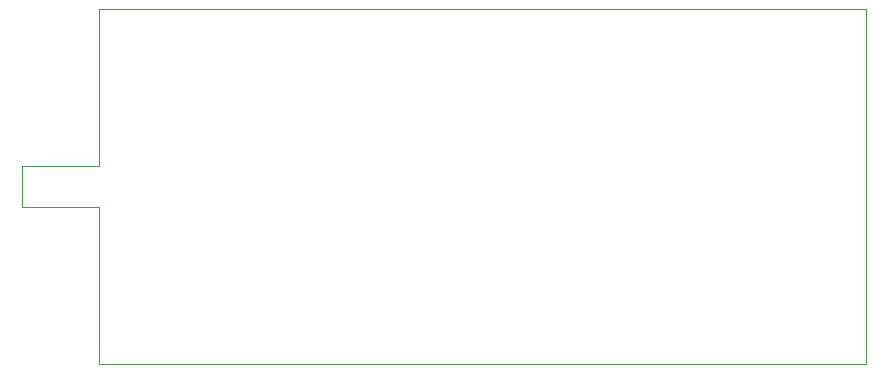
<source format=gm1>
%FSLAX43Y43*%
%MOMM*%
G71*
G01*
G75*
G04 Layer_Color=65535*
%ADD10R,3.600X1.800*%
%ADD11R,0.800X0.650*%
%ADD12R,0.650X0.800*%
%ADD13R,0.282X0.205*%
%ADD14R,0.205X0.282*%
%ADD15R,1.200X1.200*%
%ADD16R,0.900X0.600*%
%ADD17R,0.600X0.900*%
%ADD18R,0.350X0.350*%
%ADD19R,0.350X0.350*%
G04:AMPARAMS|DCode=20|XSize=0.205mm|YSize=0.282mm|CornerRadius=0mm|HoleSize=0mm|Usage=FLASHONLY|Rotation=315.000|XOffset=0mm|YOffset=0mm|HoleType=Round|Shape=Rectangle|*
%AMROTATEDRECTD20*
4,1,4,-0.172,-0.027,0.027,0.172,0.172,0.027,-0.027,-0.172,-0.172,-0.027,0.0*
%
%ADD20ROTATEDRECTD20*%

%ADD21R,0.350X0.700*%
%ADD22R,0.600X0.600*%
%ADD23R,0.950X1.750*%
%ADD24R,0.600X0.500*%
%ADD25R,0.762X0.762*%
%ADD26R,0.350X0.850*%
%ADD27R,1.100X0.700*%
%ADD28O,0.700X0.250*%
%ADD29O,0.250X0.700*%
%ADD30R,4.700X4.700*%
%ADD31R,1.600X1.400*%
%ADD32R,0.300X0.700*%
%ADD33R,1.300X1.100*%
%ADD34R,2.250X1.000*%
%ADD35R,2.200X1.050*%
%ADD36R,1.050X1.000*%
%ADD37R,1.200X3.200*%
%ADD38R,3.000X3.000*%
%ADD39R,3.200X1.200*%
%ADD40C,0.300*%
%ADD41C,0.254*%
%ADD42C,0.150*%
%ADD43C,0.203*%
%ADD44C,0.175*%
%ADD45C,0.152*%
%ADD46C,0.200*%
%ADD47C,0.400*%
%ADD48C,0.195*%
%ADD49C,0.170*%
%ADD50C,0.210*%
%ADD51C,0.190*%
%ADD52C,0.350*%
%ADD53R,1.547X1.240*%
%ADD54R,0.920X0.400*%
%ADD55R,0.920X0.400*%
%ADD56R,0.900X0.400*%
%ADD57R,0.002X0.195*%
%ADD58R,0.000X0.195*%
%ADD59R,0.486X1.169*%
%ADD60R,0.729X0.544*%
%ADD61R,0.428X1.195*%
%ADD62R,0.643X0.715*%
%ADD63C,2.000*%
%ADD64O,0.900X1.200*%
%ADD65O,0.900X1.250*%
%ADD66C,1.700*%
%ADD67R,4.200X1.350*%
%ADD68R,1.700X1.700*%
%ADD69C,1.800*%
%ADD70R,1.800X1.800*%
%ADD71C,0.550*%
%ADD72C,0.350*%
%ADD73C,0.800*%
%ADD74C,0.737*%
%ADD75C,0.250*%
%ADD76C,0.100*%
%ADD77C,0.102*%
%ADD78R,0.875X0.550*%
%ADD79R,1.750X1.750*%
%ADD80R,2.100X2.100*%
G04:AMPARAMS|DCode=81|XSize=1.65mm|YSize=1.65mm|CornerRadius=0.412mm|HoleSize=0mm|Usage=FLASHONLY|Rotation=0.000|XOffset=0mm|YOffset=0mm|HoleType=Round|Shape=RoundedRectangle|*
%AMROUNDEDRECTD81*
21,1,1.650,0.825,0,0,0.0*
21,1,0.825,1.650,0,0,0.0*
1,1,0.825,0.412,-0.412*
1,1,0.825,-0.412,-0.412*
1,1,0.825,-0.412,0.412*
1,1,0.825,0.412,0.412*
%
%ADD81ROUNDEDRECTD81*%
%ADD82R,2.100X2.100*%
%ADD83R,3.850X1.150*%
%ADD84R,3.599X1.806*%
%ADD85R,3.603X1.802*%
%ADD86R,1.550X1.350*%
%ADD87R,4.700X1.400*%
%ADD88R,1.400X4.700*%
%ADD89R,1.950X0.850*%
%ADD90R,0.900X0.750*%
%ADD91R,0.750X0.900*%
%ADD92R,0.408X0.332*%
%ADD93R,0.332X0.408*%
%ADD94R,1.300X1.300*%
%ADD95R,1.000X0.700*%
%ADD96R,0.700X1.000*%
G04:AMPARAMS|DCode=97|XSize=0.332mm|YSize=0.408mm|CornerRadius=0mm|HoleSize=0mm|Usage=FLASHONLY|Rotation=315.000|XOffset=0mm|YOffset=0mm|HoleType=Round|Shape=Rectangle|*
%AMROTATEDRECTD97*
4,1,4,-0.261,-0.027,0.027,0.261,0.261,0.027,-0.027,-0.261,-0.261,-0.027,0.0*
%
%ADD97ROTATEDRECTD97*%

%ADD98R,0.450X0.800*%
%ADD99R,0.700X0.700*%
%ADD100R,1.050X1.850*%
%ADD101R,0.700X0.600*%
%ADD102R,0.862X0.862*%
%ADD103R,0.450X0.950*%
%ADD104R,1.240X0.840*%
%ADD105O,0.800X0.350*%
%ADD106O,0.350X0.800*%
%ADD107R,1.750X1.550*%
%ADD108R,0.450X0.850*%
%ADD109R,1.400X1.200*%
%ADD110R,2.350X1.100*%
%ADD111R,2.300X1.150*%
%ADD112R,1.150X1.100*%
%ADD113R,1.300X3.300*%
%ADD114R,3.100X3.100*%
%ADD115R,3.300X1.300*%
%ADD116C,2.100*%
%ADD117O,1.000X1.300*%
%ADD118O,1.000X1.350*%
%ADD119R,1.800X1.800*%
%ADD120C,1.900*%
%ADD121R,1.900X1.900*%
%ADD122C,0.900*%
%ADD123C,0.650*%
%ADD124C,0.837*%
D76*
X0Y0D02*
X65000D01*
Y30000D01*
X0D02*
X65000D01*
X0Y0D02*
Y13250D01*
X-6500D02*
X0D01*
X-6500D02*
Y16750D01*
X0D01*
Y30000D01*
M02*

</source>
